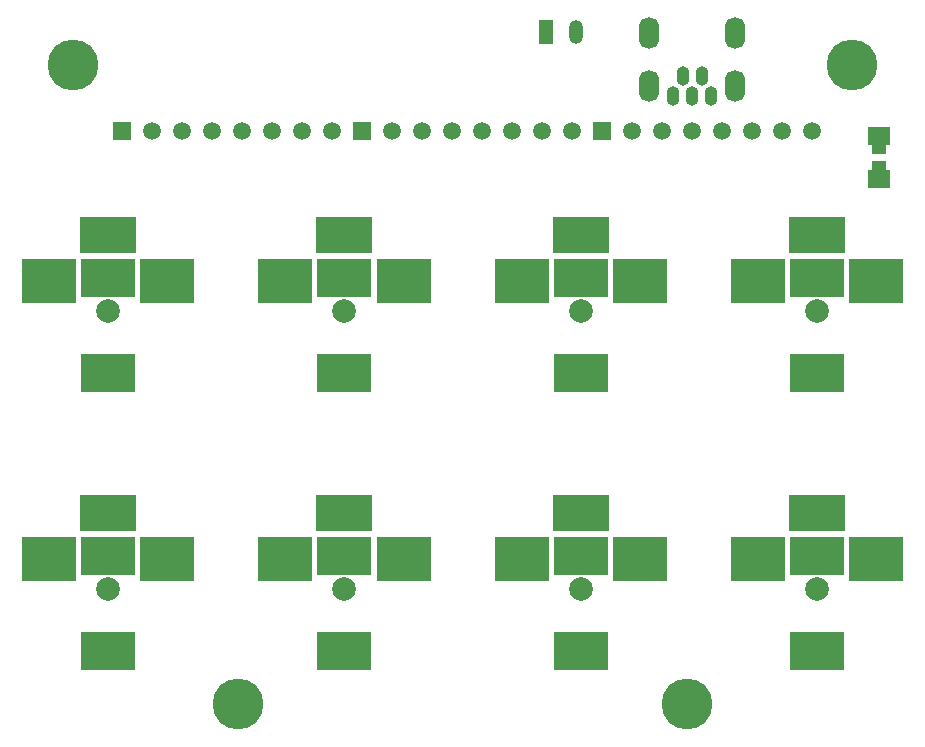
<source format=gbr>
%TF.GenerationSoftware,KiCad,Pcbnew,(6.0.0)*%
%TF.CreationDate,2023-02-05T23:33:58-08:00*%
%TF.ProjectId,button_pcb,62757474-6f6e-45f7-9063-622e6b696361,rev?*%
%TF.SameCoordinates,Original*%
%TF.FileFunction,Soldermask,Bot*%
%TF.FilePolarity,Negative*%
%FSLAX46Y46*%
G04 Gerber Fmt 4.6, Leading zero omitted, Abs format (unit mm)*
G04 Created by KiCad (PCBNEW (6.0.0)) date 2023-02-05 23:33:58*
%MOMM*%
%LPD*%
G01*
G04 APERTURE LIST*
G04 Aperture macros list*
%AMFreePoly0*
4,1,21,0.785355,0.935355,0.800000,0.900000,0.800000,0.600000,1.450000,0.600000,1.485355,0.585355,1.500000,0.550000,1.500000,-0.550000,1.485355,-0.585355,1.450000,-0.600000,0.800000,-0.600000,0.800000,-0.900000,0.785355,-0.935355,0.750000,-0.950000,-0.750000,-0.950000,-0.785355,-0.935355,-0.800000,-0.900000,-0.800000,0.900000,-0.785355,0.935355,-0.750000,0.950000,0.750000,0.950000,
0.785355,0.935355,0.785355,0.935355,$1*%
%AMFreePoly1*
4,1,21,0.785355,0.935355,0.800000,0.900000,0.800000,-0.900000,0.785355,-0.935355,0.750000,-0.950000,-0.750000,-0.950000,-0.785355,-0.935355,-0.800000,-0.900000,-0.800000,-0.600000,-1.450000,-0.600000,-1.485355,-0.585355,-1.500000,-0.550000,-1.500000,0.550000,-1.485355,0.585355,-1.450000,0.600000,-0.800000,0.600000,-0.800000,0.900000,-0.785355,0.935355,-0.750000,0.950000,0.750000,0.950000,
0.785355,0.935355,0.785355,0.935355,$1*%
G04 Aperture macros list end*
%ADD10C,2.000000*%
%ADD11R,4.600000X3.300000*%
%ADD12R,4.600000X3.800000*%
%ADD13R,4.800000X3.100000*%
%ADD14C,4.300000*%
%ADD15O,1.100000X1.650000*%
%ADD16O,1.700000X2.700000*%
%ADD17R,1.500000X1.500000*%
%ADD18C,1.500000*%
%ADD19FreePoly0,90.000000*%
%ADD20FreePoly1,90.000000*%
%ADD21R,1.200000X2.000000*%
%ADD22O,1.200000X2.000000*%
G04 APERTURE END LIST*
D10*
%TO.C,S8*%
X69000000Y-76750000D03*
D11*
X69000000Y-73988000D03*
D12*
X64000000Y-74238000D03*
X74000000Y-74238000D03*
D13*
X69000000Y-70338000D03*
D11*
X69000000Y-81988000D03*
%TD*%
D14*
%TO.C,H6*%
X72000000Y-32400000D03*
%TD*%
D10*
%TO.C,S1*%
X9000000Y-53250000D03*
D11*
X9000000Y-50488000D03*
D12*
X4000000Y-50738000D03*
X14000000Y-50738000D03*
D13*
X9000000Y-46838000D03*
D11*
X9000000Y-58488000D03*
%TD*%
D14*
%TO.C,H5*%
X6000000Y-32400000D03*
%TD*%
D10*
%TO.C,S4*%
X69000000Y-53250000D03*
D11*
X69000000Y-50488000D03*
D12*
X64000000Y-50738000D03*
X74000000Y-50738000D03*
D13*
X69000000Y-46838000D03*
D11*
X69000000Y-58488000D03*
%TD*%
D15*
%TO.C,JPowerBankAsBattery1*%
X56853000Y-35011000D03*
X57653000Y-33311000D03*
X58453000Y-35011000D03*
X59253000Y-33311000D03*
X60053000Y-35011000D03*
D16*
X62103000Y-34221720D03*
X54803000Y-29711000D03*
X54803000Y-34221720D03*
X62103000Y-29711000D03*
%TD*%
D14*
%TO.C,H8*%
X20000000Y-86500000D03*
%TD*%
D10*
%TO.C,S7*%
X49000000Y-76750000D03*
D11*
X49000000Y-73988000D03*
D12*
X44000000Y-74238000D03*
X54000000Y-74238000D03*
D13*
X49000000Y-70338000D03*
D11*
X49000000Y-81988000D03*
%TD*%
D17*
%TO.C,T2*%
X30480000Y-38020000D03*
D18*
X33020000Y-38020000D03*
X35560000Y-38020000D03*
X38100000Y-38020000D03*
X40640000Y-38020000D03*
X43180000Y-38020000D03*
X45720000Y-38020000D03*
X48260000Y-38020000D03*
%TD*%
D17*
%TO.C,T1*%
X50800000Y-38020000D03*
D18*
X53340000Y-38020000D03*
X55880000Y-38020000D03*
X58420000Y-38020000D03*
X60960000Y-38020000D03*
X63500000Y-38020000D03*
X66040000Y-38020000D03*
X68580000Y-38020000D03*
%TD*%
D10*
%TO.C,S5*%
X9000000Y-76750000D03*
D11*
X9000000Y-73988000D03*
D12*
X4000000Y-74238000D03*
X14000000Y-74238000D03*
D13*
X9000000Y-70338000D03*
D11*
X9000000Y-81988000D03*
%TD*%
D10*
%TO.C,S2*%
X29000000Y-53250000D03*
D11*
X29000000Y-50488000D03*
D12*
X24000000Y-50738000D03*
X34000000Y-50738000D03*
D13*
X29000000Y-46838000D03*
D11*
X29000000Y-58488000D03*
%TD*%
D10*
%TO.C,S6*%
X29000000Y-76750000D03*
D11*
X29000000Y-73988000D03*
D12*
X24000000Y-74238000D03*
X34000000Y-74238000D03*
D13*
X29000000Y-70338000D03*
D11*
X29000000Y-81988000D03*
%TD*%
D17*
%TO.C,T3*%
X10160000Y-38020000D03*
D18*
X12700000Y-38020000D03*
X15240000Y-38020000D03*
X17780000Y-38020000D03*
X20320000Y-38020000D03*
X22860000Y-38020000D03*
X25400000Y-38020000D03*
X27940000Y-38020000D03*
%TD*%
D10*
%TO.C,S3*%
X49000000Y-53250000D03*
D11*
X49000000Y-50488000D03*
D12*
X44000000Y-50738000D03*
X54000000Y-50738000D03*
D13*
X49000000Y-46838000D03*
D11*
X49000000Y-58488000D03*
%TD*%
D14*
%TO.C,H7*%
X58000000Y-86500000D03*
%TD*%
D19*
%TO.C,connect_for_vcc_as_common_anode1*%
X74295000Y-42059000D03*
D20*
X74295000Y-38459000D03*
%TD*%
D21*
%TO.C,T4*%
X46038600Y-29591000D03*
D22*
X48578600Y-29591000D03*
%TD*%
M02*

</source>
